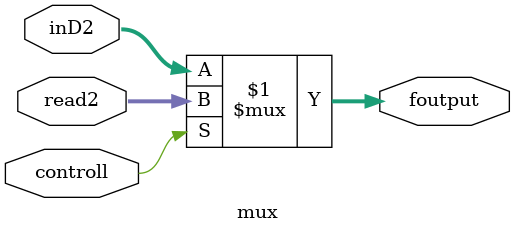
<source format=v>
module mux(read2,inD2,controll,foutput);
input[31:0] read2,inD2;
input controll;
output[31:0] foutput;

assign foutput=(controll)?read2:inD2;

endmodule


</source>
